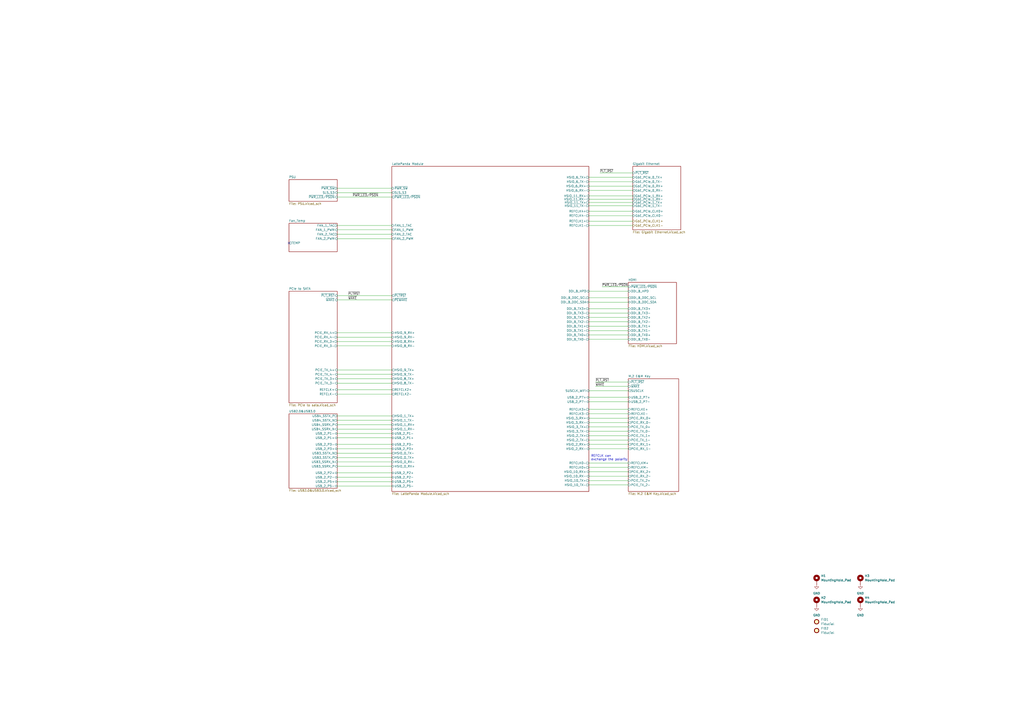
<source format=kicad_sch>
(kicad_sch (version 20231120) (generator "eeschema") (generator_version "8.0")
  (paper "A2")
  (title_block (title "NVR for LattePanda Mu") (date "2024-04-06") (rev "V1.0.0") (company "SpectreBoard") (comment 1 "20240406"))
  (lib_symbols
    (symbol "Mechanical:Fiducial" (exclude_from_sim yes) (in_bom no)
      (property "Reference" "FID" (at 0 5.08 0))
      (property "Value" "Fiducial" (at 0 3.175 0))
      (symbol "Fiducial_0_1"
        (circle (center 0 0) (radius 1.27) (stroke (width 0.508)) (fill (type background)))
      )
    )
    (symbol "Mechanical:MountingHole_Pad" (pin_numbers hide) (pin_names (offset 1.016) hide) (exclude_from_sim yes) (in_bom no)
      (property "Reference" "H" (at 0 6.35 0))
      (property "Value" "MountingHole_Pad" (at 0 4.445 0))
      (symbol "MountingHole_Pad_0_1"
        (circle (center 0 1.27) (radius 1.27) (stroke (width 1.27)))
      )
      (symbol "MountingHole_Pad_1_1"
        (pin input line (at 0 -2.54 90) (length 2.54) (name "1") (number "1"))
      )
    )
    (symbol "power:GND" (power) (pin_numbers hide) (pin_names (offset 0) hide)
      (property "Value" "GND" (at 0 -3.81 0))
      (symbol "GND_0_1"
        (polyline (pts (xy 0 0) (xy 0 -1.27) (xy 1.27 -1.27) (xy 0 -2.54) (xy -1.27 -1.27) (xy 0 -1.27)))
      )
      (symbol "GND_1_1"
        (pin power_in line (at 0 0 270) (length 0) (name "~") (number "1"))
      )
    )
  )
  (no_connect (at 167.64 140.97))
  (wire (pts (xy 195.58 200.66) (xy 227.33 200.66)))
  (wire (pts (xy 341.63 260.35) (xy 364.49 260.35)))
  (wire (pts (xy 341.63 191.77) (xy 364.49 191.77)))
  (wire (pts (xy 341.63 233.045) (xy 364.49 233.045)))
  (wire (pts (xy 341.63 268.605) (xy 364.49 268.605)))
  (wire (pts (xy 341.63 281.305) (xy 364.49 281.305)))
  (wire (pts (xy 195.58 226.06) (xy 227.33 226.06)))
  (wire (pts (xy 195.58 219.71) (xy 227.33 219.71)))
  (wire (pts (xy 341.63 226.695) (xy 364.49 226.695)))
  (wire (pts (xy 195.58 111.76) (xy 227.33 111.76)))
  (wire (pts (xy 341.63 168.91) (xy 364.49 168.91)))
  (wire (pts (xy 195.58 276.86) (xy 227.33 276.86)))
  (wire (pts (xy 341.63 128.27) (xy 367.03 128.27)))
  (wire (pts (xy 341.63 125.095) (xy 367.03 125.095)))
  (wire (pts (xy 195.58 228.6) (xy 227.33 228.6)))
  (wire (pts (xy 195.58 171.45) (xy 227.33 171.45)))
  (wire (pts (xy 195.58 274.32) (xy 227.33 274.32)))
  (wire (pts (xy 341.63 250.19) (xy 364.49 250.19)))
  (wire (pts (xy 341.63 181.61) (xy 364.49 181.61)))
  (wire (pts (xy 341.63 252.73) (xy 364.49 252.73)))
  (wire (pts (xy 349.25 166.37) (xy 364.49 166.37)))
  (wire (pts (xy 195.58 195.58) (xy 227.33 195.58)))
  (wire (pts (xy 195.58 262.89) (xy 227.33 262.89)))
  (wire (pts (xy 195.58 260.35) (xy 227.33 260.35)))
  (wire (pts (xy 195.58 241.3) (xy 227.33 241.3)))
  (wire (pts (xy 341.63 122.555) (xy 367.03 122.555)))
  (wire (pts (xy 195.58 214.63) (xy 227.33 214.63)))
  (wire (pts (xy 341.63 102.87) (xy 367.03 102.87)))
  (wire (pts (xy 341.63 179.07) (xy 364.49 179.07)))
  (wire (pts (xy 341.63 257.81) (xy 364.49 257.81)))
  (wire (pts (xy 341.63 271.145) (xy 364.49 271.145)))
  (wire (pts (xy 195.58 267.97) (xy 227.33 267.97)))
  (wire (pts (xy 341.63 115.57) (xy 367.03 115.57)))
  (wire (pts (xy 195.58 279.4) (xy 227.33 279.4)))
  (wire (pts (xy 341.63 105.41) (xy 367.03 105.41)))
  (wire (pts (xy 341.63 242.57) (xy 364.49 242.57)))
  (wire (pts (xy 195.58 130.81) (xy 227.33 130.81)))
  (wire (pts (xy 195.58 193.04) (xy 227.33 193.04)))
  (wire (pts (xy 347.98 100.33) (xy 367.03 100.33)))
  (wire (pts (xy 195.58 254) (xy 227.33 254)))
  (wire (pts (xy 195.58 114.3) (xy 227.33 114.3)))
  (wire (pts (xy 195.58 270.51) (xy 227.33 270.51)))
  (wire (pts (xy 195.58 248.92) (xy 227.33 248.92)))
  (wire (pts (xy 341.63 255.27) (xy 364.49 255.27)))
  (wire (pts (xy 195.58 281.94) (xy 227.33 281.94)))
  (wire (pts (xy 341.63 107.95) (xy 367.03 107.95)))
  (wire (pts (xy 341.63 172.72) (xy 364.49 172.72)))
  (wire (pts (xy 341.63 230.505) (xy 364.49 230.505)))
  (wire (pts (xy 341.63 247.65) (xy 364.49 247.65)))
  (wire (pts (xy 195.58 217.17) (xy 227.33 217.17)))
  (wire (pts (xy 341.63 240.03) (xy 364.49 240.03)))
  (wire (pts (xy 341.63 196.85) (xy 364.49 196.85)))
  (wire (pts (xy 195.58 257.81) (xy 227.33 257.81)))
  (wire (pts (xy 341.63 119.38) (xy 367.03 119.38)))
  (wire (pts (xy 345.44 224.155) (xy 364.49 224.155)))
  (wire (pts (xy 341.63 245.11) (xy 364.49 245.11)))
  (wire (pts (xy 195.58 246.38) (xy 227.33 246.38)))
  (wire (pts (xy 341.63 175.26) (xy 364.49 175.26)))
  (wire (pts (xy 195.58 133.35) (xy 227.33 133.35)))
  (wire (pts (xy 195.58 222.25) (xy 227.33 222.25)))
  (wire (pts (xy 341.63 184.15) (xy 364.49 184.15)))
  (wire (pts (xy 341.63 194.31) (xy 364.49 194.31)))
  (wire (pts (xy 341.63 237.49) (xy 364.49 237.49)))
  (wire (pts (xy 341.63 189.23) (xy 364.49 189.23)))
  (wire (pts (xy 195.58 135.89) (xy 227.33 135.89)))
  (wire (pts (xy 195.58 109.22) (xy 227.33 109.22)))
  (wire (pts (xy 345.44 221.615) (xy 364.49 221.615)))
  (wire (pts (xy 341.63 117.475) (xy 367.03 117.475)))
  (wire (pts (xy 341.63 113.665) (xy 367.03 113.665)))
  (wire (pts (xy 341.63 130.81) (xy 367.03 130.81)))
  (wire (pts (xy 195.58 198.12) (xy 227.33 198.12)))
  (wire (pts (xy 195.58 243.84) (xy 227.33 243.84)))
  (wire (pts (xy 195.58 265.43) (xy 227.33 265.43)))
  (wire (pts (xy 195.58 138.43) (xy 227.33 138.43)))
  (wire (pts (xy 341.63 278.765) (xy 364.49 278.765)))
  (wire (pts (xy 341.63 186.69) (xy 364.49 186.69)))
  (wire (pts (xy 341.63 273.685) (xy 364.49 273.685)))
  (wire (pts (xy 341.63 110.49) (xy 367.03 110.49)))
  (wire (pts (xy 341.63 276.225) (xy 364.49 276.225)))
  (wire (pts (xy 195.58 251.46) (xy 227.33 251.46)))
  (wire (pts (xy 195.58 173.99) (xy 227.33 173.99)))
  (text "REFCLK can \nexchange the polarity" (at 342.9 267.335 0) (effects (font (size 1.27 1.27)) (justify left bottom)))
  (label "~{PLTRST}" (at 201.93 171.45 0))
  (label "~{PLT_RST}" (at 345.44 221.615 0))
  (label "~{PWR_LED}{slash}~{PSON}" (at 204.47 114.3 0))
  (label "~{WAKE}" (at 345.44 224.155 0))
  (label "~{PWR_LED}{slash}~{PSON}" (at 349.25 166.37 0))
  (label "~{WAKE}" (at 201.93 173.99 0))
  (label "~{PLT_RST}" (at 347.98 100.33 0))
  (hierarchical_label "GbE_PCIe_CLK1-" (shape output) (at 367.03 130.81 0))
  (hierarchical_label "GbE_PCIe_CLK1+" (shape output) (at 367.03 128.27 0))
  (symbol (lib_id "Mechanical:MountingHole_Pad") (at 473.71 336.55 0) (unit 1) (in_bom no)
    (property "Reference" "H1" (at 476.25 334.01 0) (effects (justify left)))
    (property "Value" "MountingHole_Pad" (at 476.25 336.55 0) (effects (justify left)))
    (property "Footprint" "A_HDJ_Library:MountingHole_3.2mm_M3_Pad_Via" (effects (hide yes)))
    (property "Description" "Mounting Hole with connection" (effects (hide yes)))
  )
  (symbol (lib_id "power:GND") (at 473.71 339.09 0) (unit 1)
    (property "Reference" "#PWR01" (effects (hide yes)))
    (property "Value" "GND" (at 473.71 344.17 0))
    (property "Description" "Power symbol creates a global label with name \"GND\" , ground" (effects (hide yes)))
  )
  (symbol (lib_id "Mechanical:MountingHole_Pad") (at 499.11 349.25 0) (unit 1) (in_bom no)
    (property "Reference" "H4" (at 501.65 346.71 0) (effects (justify left)))
    (property "Value" "MountingHole_Pad" (at 501.65 349.25 0) (effects (justify left)))
    (property "Footprint" "A_HDJ_Library:MountingHole_3.2mm_M3_Pad_Via" (effects (hide yes)))
    (property "Description" "Mounting Hole with connection" (effects (hide yes)))
  )
  (symbol (lib_id "power:GND") (at 473.71 351.79 0) (unit 1)
    (property "Reference" "#PWR02" (effects (hide yes)))
    (property "Value" "GND" (at 473.71 356.87 0))
    (property "Description" "Power symbol creates a global label with name \"GND\" , ground" (effects (hide yes)))
  )
  (symbol (lib_id "Mechanical:Fiducial") (at 473.71 360.68 0) (unit 1) (in_bom no)
    (property "Reference" "FID1" (at 476.25 359.41 0) (effects (justify left)))
    (property "Value" "Fiducial" (at 476.25 361.95 0) (effects (justify left)))
    (property "Footprint" "A_HDJ_Library:Fiducial_0.5mm_Mask1mm" (effects (hide yes)))
    (property "Description" "Fiducial Marker" (effects (hide yes)))
  )
  (symbol (lib_id "Mechanical:Fiducial") (at 473.71 365.76 0) (unit 1) (in_bom no)
    (property "Reference" "FID2" (at 476.25 364.49 0) (effects (justify left)))
    (property "Value" "Fiducial" (at 476.25 367.03 0) (effects (justify left)))
    (property "Footprint" "A_HDJ_Library:Fiducial_0.5mm_Mask1mm" (effects (hide yes)))
    (property "Description" "Fiducial Marker" (effects (hide yes)))
  )
  (symbol (lib_id "Mechanical:MountingHole_Pad") (at 473.71 349.25 0) (unit 1) (in_bom no)
    (property "Reference" "H2" (at 476.25 346.71 0) (effects (justify left)))
    (property "Value" "MountingHole_Pad" (at 476.25 349.25 0) (effects (justify left)))
    (property "Footprint" "A_HDJ_Library:MountingHole_3.2mm_M3_Pad_Via" (effects (hide yes)))
    (property "Description" "Mounting Hole with connection" (effects (hide yes)))
  )
  (symbol (lib_id "Mechanical:MountingHole_Pad") (at 499.11 336.55 0) (unit 1) (in_bom no)
    (property "Reference" "H3" (at 501.65 334.01 0) (effects (justify left)))
    (property "Value" "MountingHole_Pad" (at 501.65 336.55 0) (effects (justify left)))
    (property "Footprint" "A_HDJ_Library:MountingHole_3.2mm_M3_Pad_Via" (effects (hide yes)))
    (property "Description" "Mounting Hole with connection" (effects (hide yes)))
  )
  (symbol (lib_id "power:GND") (at 499.11 339.09 0) (unit 1)
    (property "Reference" "#PWR03" (effects (hide yes)))
    (property "Value" "GND" (at 499.11 344.17 0))
    (property "Description" "Power symbol creates a global label with name \"GND\" , ground" (effects (hide yes)))
  )
  (symbol (lib_id "power:GND") (at 499.11 351.79 0) (unit 1)
    (property "Reference" "#PWR04" (effects (hide yes)))
    (property "Value" "GND" (at 499.11 356.87 0))
    (property "Description" "Power symbol creates a global label with name \"GND\" , ground" (effects (hide yes)))
  )
  (sheet (at 167.64 168.91) (size 27.94 64.77) (stroke (width 0.1524))
    (property "Sheetname" "PCIe to SATA" (at 167.64 168.1984 0) (effects (justify left bottom)))
    (property "Sheetfile" "PCIe to sata.kicad_sch" (at 167.64 234.2646 0) (effects (justify left top)))
    (pin "PCIE_RX_3-" output (at 195.58 200.66 0))
    (pin "PCIE_RX_4-" output (at 195.58 195.58 0))
    (pin "PCIE_RX_4+" output (at 195.58 193.04 0))
    (pin "PCIE_RX_3+" output (at 195.58 198.12 0))
    (pin "~{PLT_RST}" input (at 195.58 171.45 0))
    (pin "REFCLK-" input (at 195.58 228.6 0))
    (pin "REFCLK+" input (at 195.58 226.06 0))
    (pin "PCIE_TX_3+" input (at 195.58 219.71 0))
    (pin "PCIE_TX_4-" input (at 195.58 217.17 0))
    (pin "PCIE_TX_3-" input (at 195.58 222.25 0))
    (pin "PCIE_TX_4+" input (at 195.58 214.63 0))
    (pin "~{WAKE}" input (at 195.58 173.99 0))
  )
  (sheet (at 167.64 129.54) (size 27.94 16.51) (stroke (width 0.1524))
    (property "Sheetname" "Fan_Temp" (at 167.64 128.8284 0) (effects (justify left bottom)))
    (property "Sheetfile" "fan_temp.kicad_sch" (effects (hide yes)))
    (pin "FAN_1_TAC" output (at 195.58 130.81 0))
    (pin "FAN_1_PWM" input (at 195.58 133.35 0))
    (pin "FAN_2_PWM" input (at 195.58 138.43 0))
    (pin "FAN_2_TAC" output (at 195.58 135.89 0))
    (pin "TEMP" output (at 167.64 140.97 180))
  )
  (sheet (at 227.33 96.52) (size 114.3 188.595) (stroke (width 0.1524))
    (property "Sheetname" "LattePanda Module" (at 227.33 95.8084 0) (effects (justify left bottom)))
    (property "Sheetfile" "LattePanda Module.kicad_sch" (at 227.33 285.6996 0) (effects (justify left top)))
    (pin "HSIO_11_TX+" output (at 341.63 117.475 0))
    (pin "HSIO_11_TX-" output (at 341.63 119.38 0))
    (pin "HSIO_11_RX+" input (at 341.63 113.665 0))
    (pin "HSIO_11_RX-" input (at 341.63 115.57 0))
    (pin "HSIO_6_TX-" output (at 341.63 105.41 0))
    (pin "HSIO_6_RX+" input (at 341.63 107.95 0))
    (pin "HSIO_6_RX-" input (at 341.63 110.49 0))
    (pin "HSIO_6_TX+" output (at 341.63 102.87 0))
    (pin "USB_2_P1-" bidirectional (at 227.33 251.46 180))
    (pin "USB_2_P1+" bidirectional (at 227.33 254 180))
    (pin "USB_2_P2+" bidirectional (at 227.33 274.32 180))
    (pin "USB_2_P3+" bidirectional (at 227.33 260.35 180))
    (pin "USB_2_P3-" bidirectional (at 227.33 257.81 180))
    (pin "USB_2_P2-" bidirectional (at 227.33 276.86 180))
    (pin "HSIO_8_TX+" output (at 227.33 219.71 180))
    (pin "HSIO_8_TX-" output (at 227.33 222.25 180))
    (pin "HSIO_1_TX-" output (at 227.33 243.84 180))
    (pin "HSIO_1_RX+" input (at 227.33 246.38 180))
    (pin "HSIO_1_RX-" input (at 227.33 248.92 180))
    (pin "HSIO_0_TX-" output (at 227.33 262.89 180))
    (pin "HSIO_0_TX+" output (at 227.33 265.43 180))
    (pin "HSIO_9_TX-" output (at 227.33 217.17 180))
    (pin "HSIO_9_TX+" output (at 227.33 214.63 180))
    (pin "HSIO_8_RX+" input (at 227.33 198.12 180))
    (pin "HSIO_8_RX-" input (at 227.33 200.66 180))
    (pin "HSIO_9_RX+" input (at 227.33 193.04 180))
    (pin "HSIO_10_RX-" input (at 341.63 276.225 0))
    (pin "HSIO_9_RX-" input (at 227.33 195.58 180))
    (pin "HSIO_10_RX+" input (at 341.63 273.685 0))
    (pin "HSIO_10_TX+" output (at 341.63 278.765 0))
    (pin "HSIO_10_TX-" output (at 341.63 281.305 0))
    (pin "HSIO_0_RX-" input (at 227.33 267.97 180))
    (pin "HSIO_1_TX+" output (at 227.33 241.3 180))
    (pin "HSIO_0_RX+" input (at 227.33 270.51 180))
    (pin "REFCLK2-" output (at 227.33 228.6 180))
    (pin "REFCLK2+" output (at 227.33 226.06 180))
    (pin "REFCLK4-" output (at 341.63 125.095 0))
    (pin "REFCLK4+" output (at 341.63 122.555 0))
    (pin "~{PLTRST}" output (at 227.33 171.45 180))
    (pin "~{PEWAKE}" output (at 227.33 173.99 180))
    (pin "USB_2_P7+" bidirectional (at 341.63 230.505 0))
    (pin "DDI_B_TX1+" output (at 341.63 189.23 0))
    (pin "DDI_B_TX2+" output (at 341.63 184.15 0))
    (pin "DDI_B_TX2-" output (at 341.63 186.69 0))
    (pin "DDI_B_TX0-" output (at 341.63 196.85 0))
    (pin "DDI_B_TX0+" output (at 341.63 194.31 0))
    (pin "DDI_B_TX1-" output (at 341.63 191.77 0))
    (pin "DDI_B_TX3-" output (at 341.63 181.61 0))
    (pin "DDI_B_DDC_SDA" bidirectional (at 341.63 175.26 0))
    (pin "DDI_B_TX3+" output (at 341.63 179.07 0))
    (pin "DDI_B_HPD" input (at 341.63 168.91 0))
    (pin "DDI_B_DDC_SCL" output (at 341.63 172.72 0))
    (pin "USB_2_P5-" bidirectional (at 227.33 281.94 180))
    (pin "USB_2_P5+" bidirectional (at 227.33 279.4 180))
    (pin "~{PWR_LED}{slash}~{PSON}" output (at 227.33 114.3 180))
    (pin "~{PWR_SW}" input (at 227.33 109.22 180))
    (pin "REFCLK0+" output (at 341.63 271.145 0))
    (pin "REFCLK0-" output (at 341.63 268.605 0))
    (pin "SLS_S3" output (at 227.33 111.76 180))
    (pin "HSIO_3_TX+" output (at 341.63 247.65 0))
    (pin "HSIO_2_TX+" output (at 341.63 252.73 0))
    (pin "HSIO_2_RX+" input (at 341.63 257.81 0))
    (pin "HSIO_2_RX-" input (at 341.63 260.35 0))
    (pin "HSIO_2_TX-" output (at 341.63 255.27 0))
    (pin "HSIO_3_TX-" output (at 341.63 250.19 0))
    (pin "HSIO_3_RX+" input (at 341.63 242.57 0))
    (pin "HSIO_3_RX-" input (at 341.63 245.11 0))
    (pin "SUSCLK_WIFI" input (at 341.63 226.695 0))
    (pin "REFCLK3+" output (at 341.63 237.49 0))
    (pin "REFCLK3-" output (at 341.63 240.03 0))
    (pin "USB_2_P7-" bidirectional (at 341.63 233.045 0))
    (pin "FAN_1_PWM" output (at 227.33 133.35 180))
    (pin "FAN_1_TAC" input (at 227.33 130.81 180))
    (pin "FAN_2_TAC" input (at 227.33 135.89 180))
    (pin "FAN_2_PWM" output (at 227.33 138.43 180))
    (pin "REFCLK1+" output (at 341.63 128.27 0))
    (pin "REFCLK1-" output (at 341.63 130.81 0))
  )
  (sheet (at 364.49 163.83) (size 27.94 35.56) (stroke (width 0.1524))
    (property "Sheetname" "HDMI" (at 364.49 163.1184 0) (effects (justify left bottom)))
    (property "Sheetfile" "HDMI.kicad_sch" (at 364.49 199.9746 0) (effects (justify left top)))
    (pin "DDI_B_DDC_SCL" output (at 364.49 172.72 180))
    (pin "DDI_B_DDC_SDA" bidirectional (at 364.49 175.26 180))
    (pin "DDI_B_TX2+" input (at 364.49 184.15 180))
    (pin "DDI_B_TX2-" input (at 364.49 186.69 180))
    (pin "DDI_B_TX1+" input (at 364.49 189.23 180))
    (pin "DDI_B_TX1-" input (at 364.49 191.77 180))
    (pin "DDI_B_TX0-" input (at 364.49 196.85 180))
    (pin "DDI_B_TX3+" input (at 364.49 179.07 180))
    (pin "DDI_B_TX3-" input (at 364.49 181.61 180))
    (pin "DDI_B_TX0+" input (at 364.49 194.31 180))
    (pin "DDI_B_HPD" input (at 364.49 168.91 180))
    (pin "~{PWR_LED}{slash}~{PSON}" input (at 364.49 166.37 180))
  )
  (sheet (at 167.64 104.14) (size 27.94 12.7) (stroke (width 0.1524))
    (property "Sheetname" "PSU" (at 167.64 103.4284 0) (effects (justify left bottom)))
    (property "Sheetfile" "PSU.kicad_sch" (at 167.64 117.4246 0) (effects (justify left top)))
    (pin "~{PWR_LED}{slash}~{PSON}" input (at 195.58 114.3 0))
    (pin "SLS_S3" input (at 195.58 111.76 0))
    (pin "~{PWR_SW}" output (at 195.58 109.22 0))
  )
  (sheet (at 364.49 219.71) (size 29.21 65.405) (stroke (width 0.1524))
    (property "Sheetname" "M.2 E&M Key" (at 364.49 218.9984 0) (effects (justify left bottom)))
    (property "Sheetfile" "M.2 E&M Key.kicad_sch" (at 364.49 285.6996 0) (effects (justify left top)))
    (pin "SUSCLK" output (at 364.49 226.695 180))
    (pin "REFCLKM+" input (at 364.49 268.605 180))
    (pin "REFCLKM-" input (at 364.49 271.145 180))
    (pin "~{PLT_RST}" input (at 364.49 221.615 180))
    (pin "~{WAKE}" input (at 364.49 224.155 180))
    (pin "PCIE_TX_1+" input (at 364.49 252.73 180))
    (pin "PCIE_RX_1+" output (at 364.49 257.81 180))
    (pin "PCIE_RX_1-" output (at 364.49 260.35 180))
    (pin "PCIE_TX_1-" input (at 364.49 255.27 180))
    (pin "REFCLKE-" input (at 364.49 240.03 180))
    (pin "REFCLKE+" input (at 364.49 237.49 180))
    (pin "USB_2_P7-" bidirectional (at 364.49 233.045 180))
    (pin "PCIE_TX_0-" input (at 364.49 250.19 180))
    (pin "USB_2_P7+" bidirectional (at 364.49 230.505 180))
    (pin "PCIE_RX_0+" output (at 364.49 242.57 180))
    (pin "PCIE_RX_0-" output (at 364.49 245.11 180))
    (pin "PCIE_TX_0+" input (at 364.49 247.65 180))
    (pin "PCIE_TX_2+" input (at 364.49 278.765 180))
    (pin "PCIE_RX_2+" output (at 364.49 273.685 180))
    (pin "PCIE_RX_2-" output (at 364.49 276.225 180))
    (pin "PCIE_TX_2-" input (at 364.49 281.305 180))
  )
  (sheet (at 367.03 96.52) (size 27.94 36.83) (stroke (width 0.1524))
    (property "Sheetname" "Gigabit Ethernet" (at 367.03 95.8084 0) (effects (justify left bottom)))
    (property "Sheetfile" "Gigabit Ethernet.kicad_sch" (at 367.03 133.9346 0) (effects (justify left top)))
    (pin "GbE_PCIe_CLK0-" input (at 367.03 125.095 180))
    (pin "GbE_PCIe_0_RX+" output (at 367.03 107.95 180))
    (pin "GbE_PCIe_0_RX-" output (at 367.03 110.49 180))
    (pin "GbE_PCIe_0_TX-" input (at 367.03 105.41 180))
    (pin "GbE_PCIe_0_TX+" input (at 367.03 102.87 180))
    (pin "GbE_PCIe_CLK0+" input (at 367.03 122.555 180))
    (pin "~{PLT_RST}" input (at 367.03 100.33 180))
    (pin "GbE_PCIe_1_TX+" input (at 367.03 117.475 180))
    (pin "GbE_PCIe_1_TX-" input (at 367.03 119.38 180))
    (pin "GbE_PCIe_1_RX-" output (at 367.03 115.57 180))
    (pin "GbE_PCIe_1_RX+" output (at 367.03 113.665 180))
  )
  (sheet (at 167.64 240.03) (size 27.94 43.18) (stroke (width 0.1524))
    (property "Sheetname" "USB2.0&USB3.0" (at 167.64 239.3184 0) (effects (justify left bottom)))
    (property "Sheetfile" "USB2.0&USB3.0.kicad_sch" (at 167.64 283.7946 0) (effects (justify left top)))
    (pin "USB3_SSRX_P" input (at 195.58 270.51 0))
    (pin "USB3_SSRX_N" input (at 195.58 267.97 0))
    (pin "USB3_SSTX_N" output (at 195.58 262.89 0))
    (pin "USB_2_P5+" bidirectional (at 195.58 279.4 0))
    (pin "USB_2_P5-" bidirectional (at 195.58 281.94 0))
    (pin "USB3_SSTX_P" output (at 195.58 265.43 0))
    (pin "USB_2_P1+" bidirectional (at 195.58 254 0))
    (pin "USB_2_P3-" bidirectional (at 195.58 257.81 0))
    (pin "USB_2_P3+" bidirectional (at 195.58 260.35 0))
    (pin "USB_2_P1-" bidirectional (at 195.58 251.46 0))
    (pin "USB_2_P2+" bidirectional (at 195.58 274.32 0))
    (pin "USB4_SSRX_N" input (at 195.58 248.92 0))
    (pin "USB4_SSRX_P" input (at 195.58 246.38 0))
    (pin "USB4_SSTX_N" output (at 195.58 243.84 0))
    (pin "USB4_SSTX_P" output (at 195.58 241.3 0))
    (pin "USB_2_P2-" bidirectional (at 195.58 276.86 0))
  )
)
</source>
